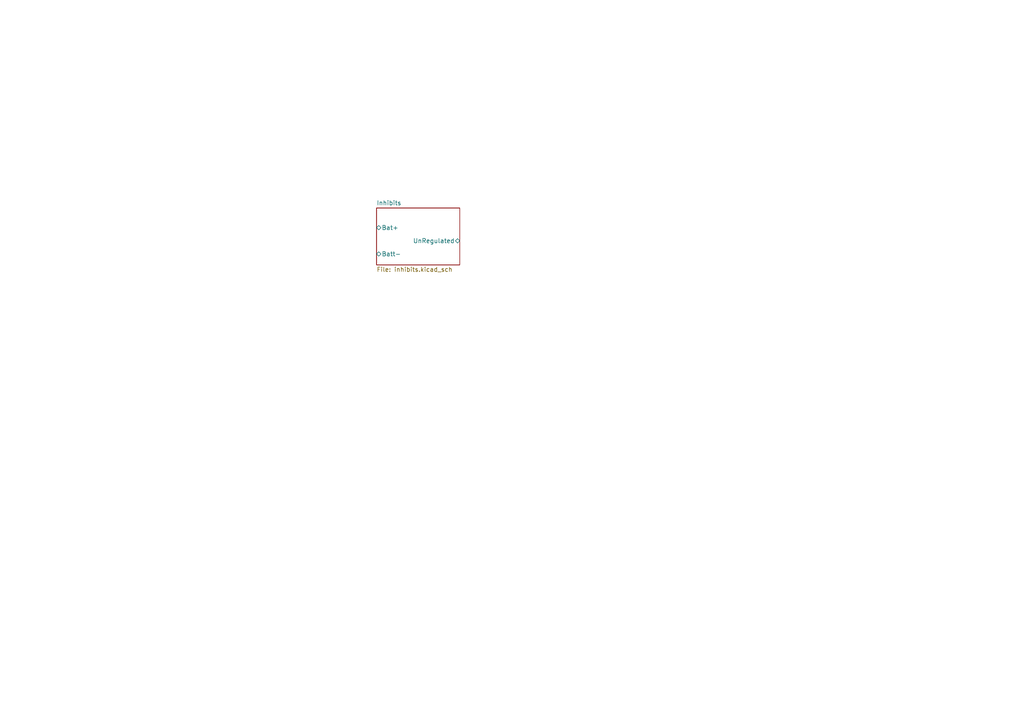
<source format=kicad_sch>
(kicad_sch (version 20230121) (generator eeschema)
  (paper "A4")
  (lib_symbols)
  (sheet (at 109.22 60.325) (size 24.13 16.51) (stroke (width 0.1524))
    (property "Sheetname" "Inhibits" (at 109.22 59.6134 0) (effects (justify left bottom)))
    (property "Sheetfile" "inhibits.kicad_sch" (at 109.22 77.4196 0) (effects (justify left top)))
    (pin "Batt-" bidirectional (at 109.22 73.66 180))
    (pin "Bat+" bidirectional (at 109.22 66.04 180))
    (pin "UnRegulated" bidirectional (at 133.35 69.85 0))
  )
)
</source>
